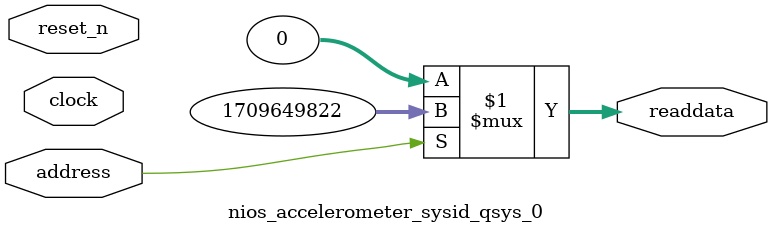
<source format=v>



// synthesis translate_off
`timescale 1ns / 1ps
// synthesis translate_on

// turn off superfluous verilog processor warnings 
// altera message_level Level1 
// altera message_off 10034 10035 10036 10037 10230 10240 10030 

module nios_accelerometer_sysid_qsys_0 (
               // inputs:
                address,
                clock,
                reset_n,

               // outputs:
                readdata
             )
;

  output  [ 31: 0] readdata;
  input            address;
  input            clock;
  input            reset_n;

  wire    [ 31: 0] readdata;
  //control_slave, which is an e_avalon_slave
  assign readdata = address ? 1709649822 : 0;

endmodule



</source>
